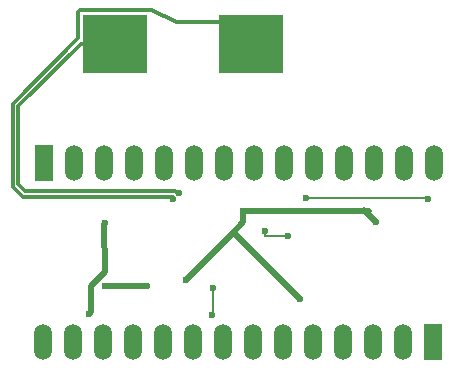
<source format=gbr>
G04 #@! TF.FileFunction,Copper,L2,Bot,Signal*
%FSLAX46Y46*%
G04 Gerber Fmt 4.6, Leading zero omitted, Abs format (unit mm)*
G04 Created by KiCad (PCBNEW 4.0.2-4+6225~38~ubuntu14.04.1-stable) date lun 04 abr 2016 12:34:46 ART*
%MOMM*%
G01*
G04 APERTURE LIST*
%ADD10C,0.100000*%
%ADD11R,5.400000X5.000000*%
%ADD12O,1.506220X3.014980*%
%ADD13R,1.506220X3.014980*%
%ADD14C,0.600000*%
%ADD15C,0.500000*%
%ADD16C,0.203200*%
%ADD17C,0.300000*%
G04 APERTURE END LIST*
D10*
D11*
X152350000Y-87030000D03*
X140850000Y-87030000D03*
D12*
X144940000Y-97100000D03*
X147480000Y-97100000D03*
X150020000Y-97100000D03*
X152560000Y-97100000D03*
X155100000Y-97100000D03*
X157640000Y-97100000D03*
X160180000Y-97100000D03*
X162720000Y-97100000D03*
X165260000Y-97100000D03*
X142400000Y-97100000D03*
X139860000Y-97100000D03*
X137320000Y-97100000D03*
X167800000Y-97100000D03*
D13*
X134780000Y-97100000D03*
D12*
X157580000Y-112300000D03*
X155040000Y-112300000D03*
X152500000Y-112300000D03*
X149960000Y-112300000D03*
X147420000Y-112300000D03*
X144880000Y-112300000D03*
X142340000Y-112300000D03*
X139800000Y-112300000D03*
X137260000Y-112300000D03*
X160120000Y-112300000D03*
X162660000Y-112300000D03*
X165200000Y-112300000D03*
X134720000Y-112300000D03*
D13*
X167740000Y-112300000D03*
D14*
X143500000Y-107500000D03*
X140000000Y-107500000D03*
X156500000Y-108600000D03*
X146800000Y-107000000D03*
X162900000Y-102100000D03*
X151700000Y-101200000D03*
X138600000Y-109900000D03*
X140000000Y-102200000D03*
X157000000Y-100100000D03*
X167300000Y-100200000D03*
X149000000Y-110000000D03*
X149100000Y-107700000D03*
X146282842Y-99617158D03*
X145717158Y-100182842D03*
X153500000Y-102900000D03*
X155500000Y-103300000D03*
D15*
X140000000Y-107500000D02*
X143500000Y-107500000D01*
X150900000Y-103000000D02*
X150800000Y-103000000D01*
X156500000Y-108600000D02*
X150900000Y-103000000D01*
X151700000Y-102100000D02*
X151700000Y-101200000D01*
X146800000Y-107000000D02*
X150800000Y-103000000D01*
X150800000Y-103000000D02*
X151700000Y-102100000D01*
X162900000Y-102100000D02*
X161900000Y-101100000D01*
X162300000Y-101200000D02*
X151700000Y-101200000D01*
X138600000Y-109900000D02*
X138800000Y-109700000D01*
X138800000Y-109700000D02*
X138800000Y-107500000D01*
X138800000Y-107500000D02*
X139950000Y-106350000D01*
X139950000Y-106350000D02*
X139900000Y-102300000D01*
X139900000Y-102300000D02*
X140000000Y-102200000D01*
D16*
X167200000Y-100100000D02*
X157000000Y-100100000D01*
X167300000Y-100200000D02*
X167200000Y-100100000D01*
X149000000Y-110000000D02*
X149100000Y-109900000D01*
X149100000Y-109900000D02*
X149100000Y-107700000D01*
D17*
X146070711Y-99617158D02*
X146282842Y-99617158D01*
X133203552Y-99450000D02*
X145903553Y-99450000D01*
X145903553Y-99450000D02*
X146070711Y-99617158D01*
X140850000Y-87030000D02*
X137923552Y-87030000D01*
X137923552Y-87030000D02*
X132650000Y-92303552D01*
X132650000Y-98896448D02*
X133203552Y-99450000D01*
X132650000Y-92303552D02*
X132650000Y-98896448D01*
D16*
X140260000Y-88200000D02*
X140600000Y-88540000D01*
D17*
X146060004Y-85200000D02*
X143830001Y-84179999D01*
X132996448Y-99950000D02*
X145696447Y-99950000D01*
X145696447Y-99950000D02*
X145717158Y-99970711D01*
X145717158Y-99970711D02*
X145717158Y-100182842D01*
X151730002Y-85200000D02*
X146060004Y-85200000D01*
X152350000Y-87030000D02*
X151730002Y-85200000D01*
X137716448Y-86530000D02*
X132150000Y-92096448D01*
X143830001Y-84179999D02*
X137869999Y-84179999D01*
X137869999Y-84179999D02*
X137716448Y-84333550D01*
X137716448Y-84333550D02*
X137716448Y-86530000D01*
X132150000Y-92096448D02*
X132150000Y-99103552D01*
X132150000Y-99103552D02*
X132996448Y-99950000D01*
X151950000Y-87170000D02*
X151450000Y-87670000D01*
D16*
X153500000Y-103300000D02*
X153500000Y-102900000D01*
X155500000Y-103300000D02*
X153500000Y-103300000D01*
M02*

</source>
